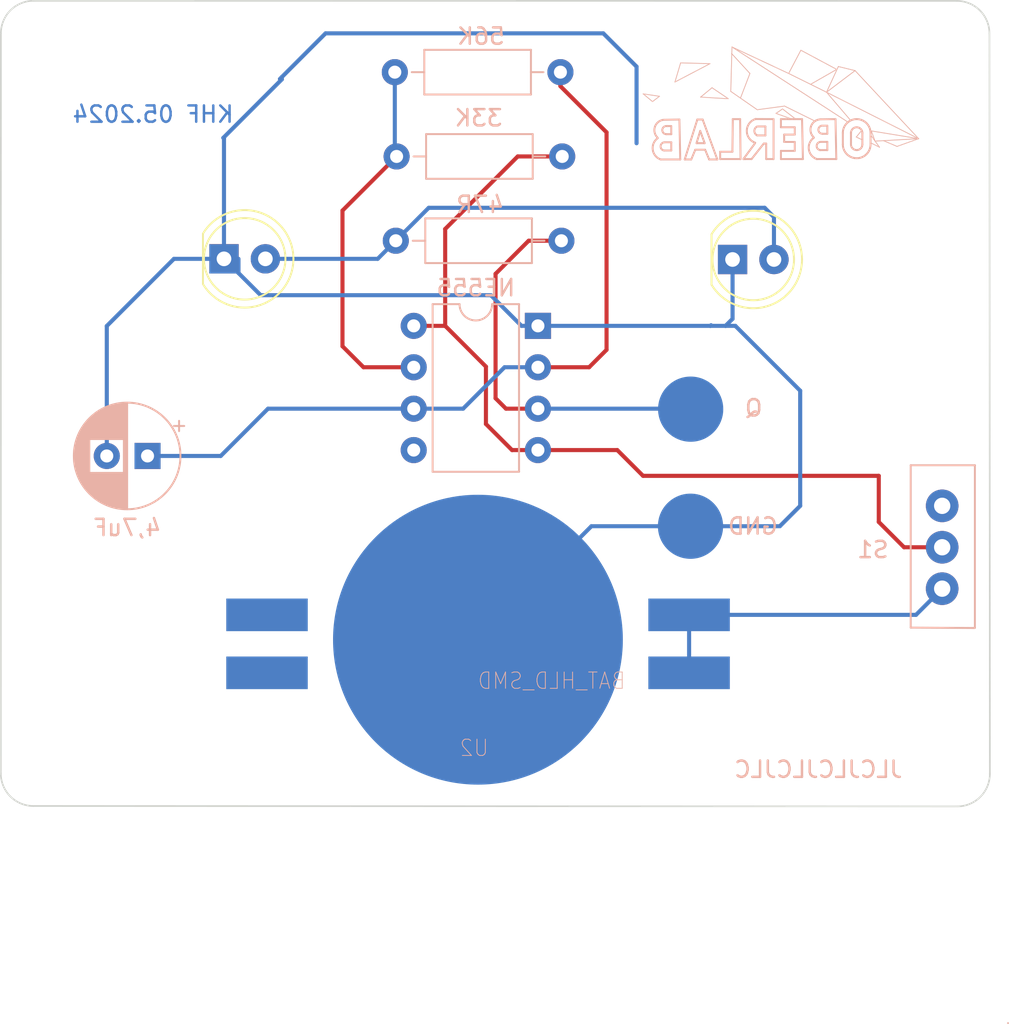
<source format=kicad_pcb>
(kicad_pcb (version 20221018) (generator pcbnew)
  (layers (0 "F.Cu" signal) (31 "B.Cu" signal) (34 "B.Paste" user) (35 "F.Paste" user) (36 "B.SilkS" user "B.Silkscreen") (37 "F.SilkS" user "F.Silkscreen") (38 "B.Mask" user) (39 "F.Mask" user) (44 "Edge.Cuts" user))
  (net 0 "")
  (net 1 "Net-(U1-THR)")
  (net 2 "Net-(D1-K)")
  (net 3 "Net-(D1-A)")
  (net 4 "Net-(U1-DIS)")
  (net 5 "Net-(S1-E)")
  (net 6 "Net-(U1-Q)")
  (net 7 "Net-(S1-A-Pad1)")
  (footprint "LED_THT:LED_D5.0mm" (layer "F.Cu") (at 142.88 59.87)
    (fp_text reference "D2")
    (fp_text value "LED")
    (fp_line (start -1.29 -1.545) (end -1.29 1.545) (stroke (width 0.12)) (layer "F.SilkS"))
    (fp_arc (start -1.29 -1.54483) (mid 2.072002 -2.880433) (end 4.26 0.000462) (stroke (width 0.12)) (layer "F.SilkS"))
    (fp_arc (start 4.26 -0.000462) (mid 2.072002 2.880433) (end -1.29 1.54483) (stroke (width 0.12)) (layer "F.SilkS"))
    (fp_circle (center 1.27 0) (end 3.77 0) (stroke (width 0.12)) (fill none) (layer "F.SilkS"))
    (pad "1" thru_hole rect (at 0 0) (size 1.8 1.8) (drill 0.9) (layers "*.Cu" "*.Mask") (net 2 "Net-(D1-K)"))
    (pad "2" thru_hole circle (at 2.54 0) (size 1.8 1.8) (drill 0.9) (layers "*.Cu" "*.Mask") (net 3 "Net-(D1-A)"))
  )
  (footprint "LED_THT:LED_D5.0mm" (layer "F.Cu") (at 111.68 59.83)
    (fp_text reference "D1")
    (fp_text value "LED")
    (fp_line (start -1.29 -1.545) (end -1.29 1.545) (stroke (width 0.12)) (layer "F.SilkS"))
    (fp_arc (start -1.29 -1.54483) (mid 2.072002 -2.880433) (end 4.26 0.000462) (stroke (width 0.12)) (layer "F.SilkS"))
    (fp_arc (start 4.26 -0.000462) (mid 2.072002 2.880433) (end -1.29 1.54483) (stroke (width 0.12)) (layer "F.SilkS"))
    (fp_circle (center 1.27 0) (end 3.77 0) (stroke (width 0.12)) (fill none) (layer "F.SilkS"))
    (pad "1" thru_hole rect (at 0 0) (size 1.8 1.8) (drill 0.9) (layers "*.Cu" "*.Mask") (net 2 "Net-(D1-K)"))
    (pad "2" thru_hole circle (at 2.54 0) (size 1.8 1.8) (drill 0.9) (layers "*.Cu" "*.Mask") (net 3 "Net-(D1-A)"))
  )
  (footprint "!Goody:ob-logo_B.SilkS" (layer "F.Cu") (at 151.17 67.66)
    (fp_text reference "G***" hide)
    (fp_text value "LOGO" hide)
    (fp_line (start -13.775 -17.95) (end -13.2 -17.475) (stroke (width 0.05)) (layer "B.SilkS"))
    (fp_line (start -13.2 -17.475) (end -12.775 -17.8) (stroke (width 0.05)) (layer "B.SilkS"))
    (fp_line (start -12.775 -17.8) (end -13.775 -17.95) (stroke (width 0.05)) (layer "B.SilkS"))
    (fp_line (start -12.45 -16.361395) (end -11.55 -16.375) (stroke (width 0.12)) (layer "B.SilkS"))
    (fp_line (start -12.050001 -14.97995) (end -12.450001 -14.97995) (stroke (width 0.12)) (layer "B.SilkS"))
    (fp_line (start -12.05 -15.975) (end -12.3 -15.975) (stroke (width 0.12)) (layer "B.SilkS"))
    (fp_line (start -12.05 -15.925) (end -12.05 -15.475) (stroke (width 0.12)) (layer "B.SilkS"))
    (fp_line (start -12.05 -15.475) (end -12.35 -15.475) (stroke (width 0.12)) (layer "B.SilkS"))
    (fp_line (start -12.05 -14.975) (end -12.05 -14.475) (stroke (width 0.12)) (layer "B.SilkS"))
    (fp_line (start -12.05 -14.475) (end -12.5 -14.475) (stroke (width 0.12)) (layer "B.SilkS"))
    (fp_line (start -11.825 -18.675) (end -11.475 -19.85) (stroke (width 0.05)) (layer "B.SilkS"))
    (fp_line (start -11.55 -16.375) (end -11.5 -13.925) (stroke (width 0.12)) (layer "B.SilkS"))
    (fp_line (start -11.5 -13.925) (end -12.7 -13.925) (stroke (width 0.12)) (layer "B.SilkS"))
    (fp_line (start -11.475 -19.85) (end -9.675 -19.8) (stroke (width 0.05)) (layer "B.SilkS"))
    (fp_line (start -11.225 -13.925) (end -10.45 -16.375) (stroke (width 0.12)) (layer "B.SilkS"))
    (fp_line (start -10.825 -13.925) (end -11.225 -13.925) (stroke (width 0.12)) (layer "B.SilkS"))
    (fp_line (start -10.575 -14.525) (end -10.825 -13.925) (stroke (width 0.12)) (layer "B.SilkS"))
    (fp_line (start -10.5 -14.925) (end -10.275 -15.675) (stroke (width 0.12)) (layer "B.SilkS"))
    (fp_line (start -10.45 -16.375) (end -10.125 -16.375) (stroke (width 0.12)) (layer "B.SilkS"))
    (fp_line (start -10.275 -15.675) (end -10 -14.925) (stroke (width 0.12)) (layer "B.SilkS"))
    (fp_line (start -10.25 -17.75) (end -8.575 -17.65) (stroke (width 0.05)) (layer "B.SilkS"))
    (fp_line (start -10.125 -16.375) (end -9.225 -13.925) (stroke (width 0.12)) (layer "B.SilkS"))
    (fp_line (start -10 -14.925) (end -10.5 -14.925) (stroke (width 0.12)) (layer "B.SilkS"))
    (fp_line (start -9.975 -14.525) (end -10.575 -14.525) (stroke (width 0.12)) (layer "B.SilkS"))
    (fp_line (start -9.725 -13.925) (end -9.975 -14.525) (stroke (width 0.12)) (layer "B.SilkS"))
    (fp_line (start -9.725 -13.925) (end -9.225 -13.925) (stroke (width 0.12)) (layer "B.SilkS"))
    (fp_line (start -9.675 -19.8) (end -11.825 -18.675) (stroke (width 0.05)) (layer "B.SilkS"))
    (fp_line (start -9.55 -18.325) (end -10.25 -17.75) (stroke (width 0.05)) (layer "B.SilkS"))
    (fp_line (start -9.05 -14.4) (end -9.05 -13.95) (stroke (width 0.12)) (layer "B.SilkS"))
    (fp_line (start -9.05 -13.95) (end -7.8 -13.95) (stroke (width 0.12)) (layer "B.SilkS"))
    (fp_line (start -8.55 -17.65) (end -9.55 -18.325) (stroke (width 0.05)) (layer "B.SilkS"))
    (fp_line (start -8.4 -18.1) (end -6.775 -16.975) (stroke (width 0.05)) (layer "B.SilkS"))
    (fp_line (start -8.35 -20.425) (end -7.225 -19.2) (stroke (width 0.05)) (layer "B.SilkS"))
    (fp_line (start -8.325 -20.825) (end -8.4 -18.1) (stroke (width 0.05)) (layer "B.SilkS"))
    (fp_line (start -8.3 -14.4) (end -9.05 -14.4) (stroke (width 0.12)) (layer "B.SilkS"))
    (fp_line (start -8.275 -16.4) (end -8.3 -14.4) (stroke (width 0.12)) (layer "B.SilkS"))
    (fp_line (start -7.825 -16.4) (end -8.275 -16.4) (stroke (width 0.12)) (layer "B.SilkS"))
    (fp_line (start -7.8 -13.95) (end -7.825 -16.4) (stroke (width 0.12)) (layer "B.SilkS"))
    (fp_line (start -7.625 -13.95) (end -6.925 -14.9) (stroke (width 0.12)) (layer "B.SilkS"))
    (fp_line (start -7.525 -13.95) (end -7.625 -13.95) (stroke (width 0.12)) (layer "B.SilkS"))
    (fp_line (start -7.225 -19.2) (end -7.8 -17.7) (stroke (width 0.05)) (layer "B.SilkS"))
    (fp_line (start -7.125 -13.95) (end -7.525 -13.95) (stroke (width 0.12)) (layer "B.SilkS"))
    (fp_line (start -6.883731 -16.405406) (end -5.775 -16.4) (stroke (width 0.12)) (layer "B.SilkS"))
    (fp_line (start -6.775 -16.975) (end -5.1 -17.2) (stroke (width 0.05)) (layer "B.SilkS"))
    (fp_line (start -6.725 -15.95) (end -6.275 -15.95) (stroke (width 0.12)) (layer "B.SilkS"))
    (fp_line (start -6.375 -14.9) (end -7.125 -13.95) (stroke (width 0.12)) (layer "B.SilkS"))
    (fp_line (start -6.275 -15.95) (end -6.275 -15.4) (stroke (width 0.12)) (layer "B.SilkS"))
    (fp_line (start -6.275 -15.4) (end -6.775 -15.4) (stroke (width 0.12)) (layer "B.SilkS"))
    (fp_line (start -6.225 -14.9) (end -6.375 -14.9) (stroke (width 0.12)) (layer "B.SilkS"))
    (fp_line (start -6.225 -13.95) (end -6.225 -14.9) (stroke (width 0.12)) (layer "B.SilkS"))
    (fp_line (start -5.775 -16.4) (end -5.775 -13.95) (stroke (width 0.12)) (layer "B.SilkS"))
    (fp_line (start -5.775 -13.95) (end -6.225 -13.95) (stroke (width 0.12)) (layer "B.SilkS"))
    (fp_line (start -5.625 -16.75) (end -4.65 -16.4) (stroke (width 0.05)) (layer "B.SilkS"))
    (fp_line (start -5.325 -16.4) (end -4.025 -16.4) (stroke (width 0.12)) (layer "B.SilkS"))
    (fp_line (start -5.325 -15.9) (end -5.325 -16.4) (stroke (width 0.12)) (layer "B.SilkS"))
    (fp_line (start -5.325 -14.45) (end -4.475 -14.45) (stroke (width 0.12)) (layer "B.SilkS"))
    (fp_line (start -5.325 -13.95) (end -5.325 -14.45) (stroke (width 0.12)) (layer "B.SilkS"))
    (fp_line (start -5.225 -17.025) (end -5.625 -16.75) (stroke (width 0.05)) (layer "B.SilkS"))
    (fp_line (start -5.125 -15.45) (end -4.475 -15.45) (stroke (width 0.12)) (layer "B.SilkS"))
    (fp_line (start -5.125 -15) (end -5.125 -15.45) (stroke (width 0.12)) (layer "B.SilkS"))
    (fp_line (start -5.1 -17.2) (end -3.275 -16.3) (stroke (width 0.05)) (layer "B.SilkS"))
    (fp_line (start -4.85 -19.2) (end -8.325 -20.825) (stroke (width 0.05)) (layer "B.SilkS"))
    (fp_line (start -4.85 -19.2) (end -2.525 -18.05) (stroke (width 0.05)) (layer "B.SilkS"))
    (fp_line (start -4.475 -15.9) (end -5.325 -15.9) (stroke (width 0.12)) (layer "B.SilkS"))
    (fp_line (start -4.475 -15.45) (end -4.475 -15.9) (stroke (width 0.12)) (layer "B.SilkS"))
    (fp_line (start -4.475 -15) (end -5.125 -15) (stroke (width 0.12)) (layer "B.SilkS"))
    (fp_line (start -4.475 -14.45) (end -4.475 -15) (stroke (width 0.12)) (layer "B.SilkS"))
    (fp_line (start -4.45 -16.425) (end -5.225 -17.025) (stroke (width 0.05)) (layer "B.SilkS"))
    (fp_line (start -4.1 -20.625) (end -4.85 -19.2) (stroke (width 0.05)) (layer "B.SilkS"))
    (fp_line (start -4.1 -20.625) (end -1.9 -19.45) (stroke (width 0.05)) (layer "B.SilkS"))
    (fp_line (start -4.075 -13.95) (end -5.325 -13.95) (stroke (width 0.12)) (layer "B.SilkS"))
    (fp_line (start -4.025 -16.4) (end -3.975 -13.95) (stroke (width 0.12)) (layer "B.SilkS"))
    (fp_line (start -3.975 -13.95) (end -4.075 -13.95) (stroke (width 0.12)) (layer "B.SilkS"))
    (fp_line (start -2.875 -16.386395) (end -1.975 -16.4) (stroke (width 0.12)) (layer "B.SilkS"))
    (fp_line (start -2.525 -18.05) (end -1.05 -16.325) (stroke (width 0.05)) (layer "B.SilkS"))
    (fp_line (start -2.525 -18.05) (end 3.125 -15.2) (stroke (width 0.05)) (layer "B.SilkS"))
    (fp_line (start -2.475001 -15.00495) (end -2.875001 -15.00495) (stroke (width 0.12)) (layer "B.SilkS"))
    (fp_line (start -2.475 -16) (end -2.725 -16) (stroke (width 0.12)) (layer "B.SilkS"))
    (fp_line (start -2.475 -15.95) (end -2.475 -15.5) (stroke (width 0.12)) (layer "B.SilkS"))
    (fp_line (start -2.475 -15.5) (end -2.775 -15.5) (stroke (width 0.12)) (layer "B.SilkS"))
    (fp_line (start -2.475 -15) (end -2.475 -14.5) (stroke (width 0.12)) (layer "B.SilkS"))
    (fp_line (start -2.475 -14.5) (end -2.925 -14.5) (stroke (width 0.12)) (layer "B.SilkS"))
    (fp_line (start -1.975 -16.4) (end -1.925 -13.95) (stroke (width 0.12)) (layer "B.SilkS"))
    (fp_line (start -1.925 -13.95) (end -3.125 -13.95) (stroke (width 0.12)) (layer "B.SilkS"))
    (fp_line (start -1.9 -19.45) (end -3.475 -18.55) (stroke (width 0.05)) (layer "B.SilkS"))
    (fp_line (start -1.8 -19.625) (end -2.525 -18.05) (stroke (width 0.05)) (layer "B.SilkS"))
    (fp_line (start -1.525 -15.55) (end -1.525 -14.85) (stroke (width 0.12)) (layer "B.SilkS"))
    (fp_line (start -1.225 -16.225) (end -8.325 -20.825) (stroke (width 0.05)) (layer "B.SilkS"))
    (fp_line (start -1.025 -15.55) (end -1.025 -14.9) (stroke (width 0.12)) (layer "B.SilkS"))
    (fp_line (start -0.775 -19.375) (end -2.525 -18.05) (stroke (width 0.05)) (layer "B.SilkS"))
    (fp_line (start -0.775 -19.375) (end -1.8 -19.625) (stroke (width 0.05)) (layer "B.SilkS"))
    (fp_line (start -0.7 -15.3) (end -0.325 -15.125) (stroke (width 0.05)) (layer "B.SilkS"))
    (fp_line (start -0.375 -15.7) (end -0.7 -15.3) (stroke (width 0.05)) (layer "B.SilkS"))
    (fp_line (start -0.325 -15.55) (end -0.325 -14.85) (stroke (width 0.12)) (layer "B.SilkS"))
    (fp_line (start 0.175 -14.95) (end 0.725 -14.675) (stroke (width 0.05)) (layer "B.SilkS"))
    (fp_line (start 0.175 -14.85) (end 0.175 -15.55) (stroke (width 0.12)) (layer "B.SilkS"))
    (fp_line (start 0.225 -15.675) (end 0.45 -15.05) (stroke (width 0.05)) (layer "B.SilkS"))
    (fp_line (start 0.45 -15.05) (end 3.125 -15.2) (stroke (width 0.05)) (layer "B.SilkS"))
    (fp_line (start 0.725 -14.675) (end 0.15 -15.475) (stroke (width 0.05)) (layer "B.SilkS"))
    (fp_line (start 1.8 -14.725) (end 0.975 -15.075) (stroke (width 0.05)) (layer "B.SilkS"))
    (fp_line (start 3.125 -15.2) (end -0.775 -19.375) (stroke (width 0.05)) (layer "B.SilkS"))
    (fp_line (start 3.125 -15.2) (end 0.225 -15.675) (stroke (width 0.05)) (layer "B.SilkS"))
    (fp_line (start 3.125 -15.2) (end 1.8 -14.725) (stroke (width 0.05)) (layer "B.SilkS"))
    (fp_arc (start -12.899999 -15.275001) (mid -13.037952 -15.968538) (end -12.45 -16.361395) (stroke (width 0.12)) (layer "B.SilkS"))
    (fp_arc (start -12.699999 -13.925001) (mid -13.186654 -14.525805) (end -12.876256 -15.233937) (stroke (width 0.12)) (layer "B.SilkS"))
    (fp_arc (start -12.499999 -14.475001) (mid -12.703709 -14.750121) (end -12.450001 -14.97995) (stroke (width 0.12)) (layer "B.SilkS"))
    (fp_arc (start -12.35 -15.475) (mid -12.598127 -15.755546) (end -12.289366 -15.967536) (stroke (width 0.12)) (layer "B.SilkS"))
    (fp_arc (start -6.899999 -14.950001) (mid -7.416844 -15.683572) (end -6.883731 -16.405406) (stroke (width 0.12)) (layer "B.SilkS"))
    (fp_arc (start -6.774999 -15.400001) (mid -6.952075 -15.675) (end -6.774999 -15.949999) (stroke (width 0.12)) (layer "B.SilkS"))
    (fp_arc (start -3.324999 -15.300001) (mid -3.462952 -15.993538) (end -2.875 -16.386395) (stroke (width 0.12)) (layer "B.SilkS"))
    (fp_arc (start -3.124999 -13.950001) (mid -3.611654 -14.550805) (end -3.301256 -15.258937) (stroke (width 0.12)) (layer "B.SilkS"))
    (fp_arc (start -2.924999 -14.500001) (mid -3.128709 -14.775121) (end -2.875001 -15.00495) (stroke (width 0.12)) (layer "B.SilkS"))
    (fp_arc (start -2.775 -15.5) (mid -3.023127 -15.780546) (end -2.714366 -15.992536) (stroke (width 0.12)) (layer "B.SilkS"))
    (fp_arc (start -1.525 -15.55) (mid -0.675 -16.4) (end 0.175 -15.55) (stroke (width 0.12)) (layer "B.SilkS"))
    (fp_arc (start -1.025 -15.55) (mid -0.675 -15.9) (end -0.325 -15.55) (stroke (width 0.12)) (layer "B.SilkS"))
    (fp_arc (start -0.325 -14.85) (mid -0.675 -14.5) (end -1.025 -14.85) (stroke (width 0.12)) (layer "B.SilkS"))
    (fp_arc (start 0.175 -14.85) (mid -0.675 -14) (end -1.525 -14.85) (stroke (width 0.12)) (layer "B.SilkS"))
    (fp_poly (pts (xy 8.544723 39.045226) (xy 8.608542 39.109045) (xy 8.672361 39.045226) (xy 8.608542 38.981407) (xy 8.544723 39.045226)) (stroke (width 0.01)) (fill solid) (layer "B.SilkS"))
  )
  (footprint "" (layer "F.Cu") (at 140.31 69.05)
    (fp_text reference "" (at 0 0) (layer "F.SilkS") (effects (font (size 1.27 1.27))))
    (fp_text value "" (at 0 0) (layer "F.SilkS") (effects (font (size 1.27 1.27))))
    (pad "1" smd circle (at 0 0 180) (size 4 4) (layers "B.Cu" "B.Paste" "B.Mask") (net 6 "Net-(U1-Q)"))
  )
  (footprint "Capacitor_THT:CP_Radial_D6.3mm_P2.50mm" (layer "B.Cu") (at 106.99 71.92 180)
    (fp_text reference "C1")
    (fp_text value "4,7uF" (at 1.25 -4.4) (layer "B.SilkS") (effects (justify mirror)))
    (fp_line (start -2.250241 1.839) (end -1.620241 1.839) (stroke (width 0.12)) (layer "B.SilkS"))
    (fp_line (start -1.935241 2.154) (end -1.935241 1.524) (stroke (width 0.12)) (layer "B.SilkS"))
    (fp_line (start 1.25 3.23) (end 1.25 -3.23) (stroke (width 0.12)) (layer "B.SilkS"))
    (fp_line (start 1.29 3.23) (end 1.29 -3.23) (stroke (width 0.12)) (layer "B.SilkS"))
    (fp_line (start 1.33 3.23) (end 1.33 -3.23) (stroke (width 0.12)) (layer "B.SilkS"))
    (fp_line (start 1.37 3.228) (end 1.37 -3.228) (stroke (width 0.12)) (layer "B.SilkS"))
    (fp_line (start 1.41 3.227) (end 1.41 -3.227) (stroke (width 0.12)) (layer "B.SilkS"))
    (fp_line (start 1.45 3.224) (end 1.45 -3.224) (stroke (width 0.12)) (layer "B.SilkS"))
    (fp_line (start 1.49 -1.04) (end 1.49 -3.222) (stroke (width 0.12)) (layer "B.SilkS"))
    (fp_line (start 1.49 3.222) (end 1.49 1.04) (stroke (width 0.12)) (layer "B.SilkS"))
    (fp_line (start 1.53 -1.04) (end 1.53 -3.218) (stroke (width 0.12)) (layer "B.SilkS"))
    (fp_line (start 1.53 3.218) (end 1.53 1.04) (stroke (width 0.12)) (layer "B.SilkS"))
    (fp_line (start 1.57 -1.04) (end 1.57 -3.215) (stroke (width 0.12)) (layer "B.SilkS"))
    (fp_line (start 1.57 3.215) (end 1.57 1.04) (stroke (width 0.12)) (layer "B.SilkS"))
    (fp_line (start 1.61 -1.04) (end 1.61 -3.211) (stroke (width 0.12)) (layer "B.SilkS"))
    (fp_line (start 1.61 3.211) (end 1.61 1.04) (stroke (width 0.12)) (layer "B.SilkS"))
    (fp_line (start 1.65 -1.04) (end 1.65 -3.206) (stroke (width 0.12)) (layer "B.SilkS"))
    (fp_line (start 1.65 3.206) (end 1.65 1.04) (stroke (width 0.12)) (layer "B.SilkS"))
    (fp_line (start 1.69 -1.04) (end 1.69 -3.201) (stroke (width 0.12)) (layer "B.SilkS"))
    (fp_line (start 1.69 3.201) (end 1.69 1.04) (stroke (width 0.12)) (layer "B.SilkS"))
    (fp_line (start 1.73 -1.04) (end 1.73 -3.195) (stroke (width 0.12)) (layer "B.SilkS"))
    (fp_line (start 1.73 3.195) (end 1.73 1.04) (stroke (width 0.12)) (layer "B.SilkS"))
    (fp_line (start 1.77 -1.04) (end 1.77 -3.189) (stroke (width 0.12)) (layer "B.SilkS"))
    (fp_line (start 1.77 3.189) (end 1.77 1.04) (stroke (width 0.12)) (layer "B.SilkS"))
    (fp_line (start 1.81 -1.04) (end 1.81 -3.182) (stroke (width 0.12)) (layer "B.SilkS"))
    (fp_line (start 1.81 3.182) (end 1.81 1.04) (stroke (width 0.12)) (layer "B.SilkS"))
    (fp_line (start 1.85 -1.04) (end 1.85 -3.175) (stroke (width 0.12)) (layer "B.SilkS"))
    (fp_line (start 1.85 3.175) (end 1.85 1.04) (stroke (width 0.12)) (layer "B.SilkS"))
    (fp_line (start 1.89 -1.04) (end 1.89 -3.167) (stroke (width 0.12)) (layer "B.SilkS"))
    (fp_line (start 1.89 3.167) (end 1.89 1.04) (stroke (width 0.12)) (layer "B.SilkS"))
    (fp_line (start 1.93 -1.04) (end 1.93 -3.159) (stroke (width 0.12)) (layer "B.SilkS"))
    (fp_line (start 1.93 3.159) (end 1.93 1.04) (stroke (width 0.12)) (layer "B.SilkS"))
    (fp_line (start 1.971 -1.04) (end 1.971 -3.15) (stroke (width 0.12)) (layer "B.SilkS"))
    (fp_line (start 1.971 3.15) (end 1.971 1.04) (stroke (width 0.12)) (layer "B.SilkS"))
    (fp_line (start 2.011 -1.04) (end 2.011 -3.141) (stroke (width 0.12)) (layer "B.SilkS"))
    (fp_line (start 2.011 3.141) (end 2.011 1.04) (stroke (width 0.12)) (layer "B.SilkS"))
    (fp_line (start 2.051 -1.04) (end 2.051 -3.131) (stroke (width 0.12)) (layer "B.SilkS"))
    (fp_line (start 2.051 3.131) (end 2.051 1.04) (stroke (width 0.12)) (layer "B.SilkS"))
    (fp_line (start 2.091 -1.04) (end 2.091 -3.121) (stroke (width 0.12)) (layer "B.SilkS"))
    (fp_line (start 2.091 3.121) (end 2.091 1.04) (stroke (width 0.12)) (layer "B.SilkS"))
    (fp_line (start 2.131 -1.04) (end 2.131 -3.11) (stroke (width 0.12)) (layer "B.SilkS"))
    (fp_line (start 2.131 3.11) (end 2.131 1.04) (stroke (width 0.12)) (layer "B.SilkS"))
    (fp_line (start 2.171 -1.04) (end 2.171 -3.098) (stroke (width 0.12)) (layer "B.SilkS"))
    (fp_line (start 2.171 3.098) (end 2.171 1.04) (stroke (width 0.12)) (layer "B.SilkS"))
    (fp_line (start 2.211 -1.04) (end 2.211 -3.086) (stroke (width 0.12)) (layer "B.SilkS"))
    (fp_line (start 2.211 3.086) (end 2.211 1.04) (stroke (width 0.12)) (layer "B.SilkS"))
    (fp_line (start 2.251 -1.04) (end 2.251 -3.074) (stroke (width 0.12)) (layer "B.SilkS"))
    (fp_line (start 2.251 3.074) (end 2.251 1.04) (stroke (width 0.12)) (layer "B.SilkS"))
    (fp_line (start 2.291 -1.04) (end 2.291 -3.061) (stroke (width 0.12)) (layer "B.SilkS"))
    (fp_line (start 2.291 3.061) (end 2.291 1.04) (stroke (width 0.12)) (layer "B.SilkS"))
    (fp_line (start 2.331 -1.04) (end 2.331 -3.047) (stroke (width 0.12)) (layer "B.SilkS"))
    (fp_line (start 2.331 3.047) (end 2.331 1.04) (stroke (width 0.12)) (layer "B.SilkS"))
    (fp_line (start 2.371 -1.04) (end 2.371 -3.033) (stroke (width 0.12)) (layer "B.SilkS"))
    (fp_line (start 2.371 3.033) (end 2.371 1.04) (stroke (width 0.12)) (layer "B.SilkS"))
    (fp_line (start 2.411 -1.04) (end 2.411 -3.018) (stroke (width 0.12)) (layer "B.SilkS"))
    (fp_line (start 2.411 3.018) (end 2.411 1.04) (stroke (width 0.12)) (layer "B.SilkS"))
    (fp_line (start 2.451 -1.04) (end 2.451 -3.002) (stroke (width 0.12)) (layer "B.SilkS"))
    (fp_line (start 2.451 3.002) (end 2.451 1.04) (stroke (width 0.12)) (layer "B.SilkS"))
    (fp_line (start 2.491 -1.04) (end 2.491 -2.986) (stroke (width 0.12)) (layer "B.SilkS"))
    (fp_line (start 2.491 2.986) (end 2.491 1.04) (stroke (width 0.12)) (layer "B.SilkS"))
    (fp_line (start 2.531 -1.04) (end 2.531 -2.97) (stroke (width 0.12)) (layer "B.SilkS"))
    (fp_line (start 2.531 2.97) (end 2.531 1.04) (stroke (width 0.12)) (layer "B.SilkS"))
    (fp_line (start 2.571 -1.04) (end 2.571 -2.952) (stroke (width 0.12)) (layer "B.SilkS"))
    (fp_line (start 2.571 2.952) (end 2.571 1.04) (stroke (width 0.12)) (layer "B.SilkS"))
    (fp_line (start 2.611 -1.04) (end 2.611 -2.934) (stroke (width 0.12)) (layer "B.SilkS"))
    (fp_line (start 2.611 2.934) (end 2.611 1.04) (stroke (width 0.12)) (layer "B.SilkS"))
    (fp_line (start 2.651 -1.04) (end 2.651 -2.916) (stroke (width 0.12)) (layer "B.SilkS"))
    (fp_line (start 2.651 2.916) (end 2.651 1.04) (stroke (width 0.12)) (layer "B.SilkS"))
    (fp_line (start 2.691 -1.04) (end 2.691 -2.896) (stroke (width 0.12)) (layer "B.SilkS"))
    (fp_line (start 2.691 2.896) (end 2.691 1.04) (stroke (width 0.12)) (layer "B.SilkS"))
    (fp_line (start 2.731 -1.04) (end 2.731 -2.876) (stroke (width 0.12)) (layer "B.SilkS"))
    (fp_line (start 2.731 2.876) (end 2.731 1.04) (stroke (width 0.12)) (layer "B.SilkS"))
    (fp_line (start 2.771 -1.04) (end 2.771 -2.856) (stroke (width 0.12)) (layer "B.SilkS"))
    (fp_line (start 2.771 2.856) (end 2.771 1.04) (stroke (width 0.12)) (layer "B.SilkS"))
    (fp_line (start 2.811 -1.04) (end 2.811 -2.834) (stroke (width 0.12)) (layer "B.SilkS"))
    (fp_line (start 2.811 2.834) (end 2.811 1.04) (stroke (width 0.12)) (layer "B.SilkS"))
    (fp_line (start 2.851 -1.04) (end 2.851 -2.812) (stroke (width 0.12)) (layer "B.SilkS"))
    (fp_line (start 2.851 2.812) (end 2.851 1.04) (stroke (width 0.12)) (layer "B.SilkS"))
    (fp_line (start 2.891 -1.04) (end 2.891 -2.79) (stroke (width 0.12)) (layer "B.SilkS"))
    (fp_line (start 2.891 2.79) (end 2.891 1.04) (stroke (width 0.12)) (layer "B.SilkS"))
    (fp_line (start 2.931 -1.04) (end 2.931 -2.766) (stroke (width 0.12)) (layer "B.SilkS"))
    (fp_line (start 2.931 2.766) (end 2.931 1.04) (stroke (width 0.12)) (layer "B.SilkS"))
    (fp_line (start 2.971 -1.04) (end 2.971 -2.742) (stroke (width 0.12)) (layer "B.SilkS"))
    (fp_line (start 2.971 2.742) (end 2.971 1.04) (stroke (width 0.12)) (layer "B.SilkS"))
    (fp_line (start 3.011 -1.04) (end 3.011 -2.716) (stroke (width 0.12)) (layer "B.SilkS"))
    (fp_line (start 3.011 2.716) (end 3.011 1.04) (stroke (width 0.12)) (layer "B.SilkS"))
    (fp_line (start 3.051 -1.04) (end 3.051 -2.69) (stroke (width 0.12)) (layer "B.SilkS"))
    (fp_line (start 3.051 2.69) (end 3.051 1.04) (stroke (width 0.12)) (layer "B.SilkS"))
    (fp_line (start 3.091 -1.04) (end 3.091 -2.664) (stroke (width 0.12)) (layer "B.SilkS"))
    (fp_line (start 3.091 2.664) (end 3.091 1.04) (stroke (width 0.12)) (layer "B.SilkS"))
    (fp_line (start 3.131 -1.04) (end 3.131 -2.636) (stroke (width 0.12)) (layer "B.SilkS"))
    (fp_line (start 3.131 2.636) (end 3.131 1.04) (stroke (width 0.12)) (layer "B.SilkS"))
    (fp_line (start 3.171 -1.04) (end 3.171 -2.607) (stroke (width 0.12)) (layer "B.SilkS"))
    (fp_line (start 3.171 2.607) (end 3.171 1.04) (stroke (width 0.12)) (layer "B.SilkS"))
    (fp_line (start 3.211 -1.04) (end 3.211 -2.578) (stroke (width 0.12)) (layer "B.SilkS"))
    (fp_line (start 3.211 2.578) (end 3.211 1.04) (stroke (width 0.12)) (layer "B.SilkS"))
    (fp_line (start 3.251 -1.04) (end 3.251 -2.548) (stroke (width 0.12)) (layer "B.SilkS"))
    (fp_line (start 3.251 2.548) (end 3.251 1.04) (stroke (width 0.12)) (layer "B.SilkS"))
    (fp_line (start 3.291 -1.04) (end 3.291 -2.516) (stroke (width 0.12)) (layer "B.SilkS"))
    (fp_line (start 3.291 2.516) (end 3.291 1.04) (stroke (width 0.12)) (layer "B.SilkS"))
    (fp_line (start 3.331 -1.04) (end 3.331 -2.484) (stroke (width 0.12)) (layer "B.SilkS"))
    (fp_line (start 3.331 2.484) (end 3.331 1.04) (stroke (width 0.12)) (layer "B.SilkS"))
    (fp_line (start 3.371 -1.04) (end 3.371 -2.45) (stroke (width 0.12)) (layer "B.SilkS"))
    (fp_line (start 3.371 2.45) (end 3.371 1.04) (stroke (width 0.12)) (layer "B.SilkS"))
    (fp_line (start 3.411 -1.04) (end 3.411 -2.416) (stroke (width 0.12)) (layer "B.SilkS"))
    (fp_line (start 3.411 2.416) (end 3.411 1.04) (stroke (width 0.12)) (layer "B.SilkS"))
    (fp_line (start 3.451 -1.04) (end 3.451 -2.38) (stroke (width 0.12)) (layer "B.SilkS"))
    (fp_line (start 3.451 2.38) (end 3.451 1.04) (stroke (width 0.12)) (layer "B.SilkS"))
    (fp_line (start 3.491 -1.04) (end 3.491 -2.343) (stroke (width 0.12)) (layer "B.SilkS"))
    (fp_line (start 3.491 2.343) (end 3.491 1.04) (stroke (width 0.12)) (layer "B.SilkS"))
    (fp_line (start 3.531 -1.04) (end 3.531 -2.305) (stroke (width 0.12)) (layer "B.SilkS"))
    (fp_line (start 3.531 2.305) (end 3.531 1.04) (stroke (width 0.12)) (layer "B.SilkS"))
    (fp_line (start 3.571 2.265) (end 3.571 -2.265) (stroke (width 0.12)) (layer "B.SilkS"))
    (fp_line (start 3.611 2.224) (end 3.611 -2.224) (stroke (width 0.12)) (layer "B.SilkS"))
    (fp_line (start 3.651 2.182) (end 3.651 -2.182) (stroke (width 0.12)) (layer "B.SilkS"))
    (fp_line (start 3.691 2.137) (end 3.691 -2.137) (stroke (width 0.12)) (layer "B.SilkS"))
    (fp_line (start 3.731 2.092) (end 3.731 -2.092) (stroke (width 0.12)) (layer "B.SilkS"))
    (fp_line (start 3.771 2.044) (end 3.771 -2.044) (stroke (width 0.12)) (layer "B.SilkS"))
    (fp_line (start 3.811 1.995) (end 3.811 -1.995) (stroke (width 0.12)) (layer "B.SilkS"))
    (fp_line (start 3.851 1.944) (end 3.851 -1.944) (stroke (width 0.12)) (layer "B.SilkS"))
    (fp_line (start 3.891 1.89) (end 3.891 -1.89) (stroke (width 0.12)) (layer "B.SilkS"))
    (fp_line (start 3.931 1.834) (end 3.931 -1.834) (stroke (width 0.12)) (layer "B.SilkS"))
    (fp_line (start 3.971 1.776) (end 3.971 -1.776) (stroke (width 0.12)) (layer "B.SilkS"))
    (fp_line (start 4.011 1.714) (end 4.011 -1.714) (stroke (width 0.12)) (layer "B.SilkS"))
    (fp_line (start 4.051 1.65) (end 4.051 -1.65) (stroke (width 0.12)) (layer "B.SilkS"))
    (fp_line (start 4.091 1.581) (end 4.091 -1.581) (stroke (width 0.12)) (layer "B.SilkS"))
    (fp_line (start 4.131 1.509) (end 4.131 -1.509) (stroke (width 0.12)) (layer "B.SilkS"))
    (fp_line (start 4.171 1.432) (end 4.171 -1.432) (stroke (width 0.12)) (layer "B.SilkS"))
    (fp_line (start 4.211 1.35) (end 4.211 -1.35) (stroke (width 0.12)) (layer "B.SilkS"))
    (fp_line (start 4.251 1.262) (end 4.251 -1.262) (stroke (width 0.12)) (layer "B.SilkS"))
    (fp_line (start 4.291 1.165) (end 4.291 -1.165) (stroke (width 0.12)) (layer "B.SilkS"))
    (fp_line (start 4.331 1.059) (end 4.331 -1.059) (stroke (width 0.12)) (layer "B.SilkS"))
    (fp_line (start 4.371 0.94) (end 4.371 -0.94) (stroke (width 0.12)) (layer "B.SilkS"))
    (fp_line (start 4.411 0.802) (end 4.411 -0.802) (stroke (width 0.12)) (layer "B.SilkS"))
    (fp_line (start 4.451 0.633) (end 4.451 -0.633) (stroke (width 0.12)) (layer "B.SilkS"))
    (fp_line (start 4.491 0.402) (end 4.491 -0.402) (stroke (width 0.12)) (layer "B.SilkS"))
    (fp_circle (center 1.25 0) (end 4.52 0) (stroke (width 0.12)) (fill none) (layer "B.SilkS"))
    (pad "1" thru_hole rect (at 0 0 180) (size 1.6 1.6) (drill 0.8) (layers "*.Cu" "*.Mask") (net 1 "Net-(U1-THR)"))
    (pad "2" thru_hole circle (at 2.5 0 180) (size 1.6 1.6) (drill 0.8) (layers "*.Cu" "*.Mask") (net 2 "Net-(D1-K)"))
  )
  (footprint "!Goody:LP" (layer "B.Cu") (at 140.3 76.23 180)
    (fp_text reference "GND" (at -3.83 0) (layer "B.SilkS") (effects (justify mirror)))
    (fp_text value "Q" (at -3.88 7.25) (layer "B.SilkS") (effects (justify mirror)))
    (pad "1" smd circle (at 0 0 180) (size 4 4) (layers "B.Cu" "B.Paste" "B.Mask") (net 2 "Net-(D1-K)"))
  )
  (footprint "Package_DIP:DIP-8_W7.62mm" (layer "B.Cu") (at 130.94 63.94 180)
    (fp_text reference "NE555" (at 3.81 2.33) (layer "B.SilkS") (effects (justify mirror)))
    (fp_text value "NE555P")
    (fp_line (start 1.16 -8.95) (end 6.46 -8.95) (stroke (width 0.12)) (layer "B.SilkS"))
    (fp_line (start 1.16 1.33) (end 1.16 -8.95) (stroke (width 0.12)) (layer "B.SilkS"))
    (fp_line (start 2.81 1.33) (end 1.16 1.33) (stroke (width 0.12)) (layer "B.SilkS"))
    (fp_line (start 6.46 -8.95) (end 6.46 1.33) (stroke (width 0.12)) (layer "B.SilkS"))
    (fp_line (start 6.46 1.33) (end 4.81 1.33) (stroke (width 0.12)) (layer "B.SilkS"))
    (fp_arc (start 2.81 1.33) (mid 3.81 0.33) (end 4.81 1.33) (stroke (width 0.12)) (layer "B.SilkS"))
    (pad "1" thru_hole rect (at 0 0 180) (size 1.6 1.6) (drill 0.8) (layers "*.Cu" "*.Mask") (net 2 "Net-(D1-K)"))
    (pad "2" thru_hole oval (at 0 -2.54 180) (size 1.6 1.6) (drill 0.8) (layers "*.Cu" "*.Mask") (net 1 "Net-(U1-THR)"))
    (pad "3" thru_hole oval (at 0 -5.08 180) (size 1.6 1.6) (drill 0.8) (layers "*.Cu" "*.Mask") (net 6 "Net-(U1-Q)"))
    (pad "4" thru_hole oval (at 0 -7.62 180) (size 1.6 1.6) (drill 0.8) (layers "*.Cu" "*.Mask") (net 5 "Net-(S1-E)"))
    (pad "5" thru_hole oval (at 7.62 -7.62 180) (size 1.6 1.6) (drill 0.8) (layers "*.Cu" "*.Mask"))
    (pad "6" thru_hole oval (at 7.62 -5.08 180) (size 1.6 1.6) (drill 0.8) (layers "*.Cu" "*.Mask") (net 1 "Net-(U1-THR)"))
    (pad "7" thru_hole oval (at 7.62 -2.54 180) (size 1.6 1.6) (drill 0.8) (layers "*.Cu" "*.Mask") (net 4 "Net-(U1-DIS)"))
    (pad "8" thru_hole oval (at 7.62 0 180) (size 1.6 1.6) (drill 0.8) (layers "*.Cu" "*.Mask") (net 5 "Net-(S1-E)"))
  )
  (footprint "!Goody:Micro_SchalterKHF" (layer "B.Cu") (at 155.74 80.06 90)
    (fp_text reference "S1" (at 2.39 -4.25) (layer "B.SilkS") (effects (justify mirror)))
    (fp_text value "Micro_Schalter")
    (fp_line (start -2.3876 -1.9304) (end -2.413 2.0066) (stroke (width 0.12)) (layer "B.SilkS"))
    (fp_line (start -2.3876 2.0066) (end 7.5692 2.0066) (stroke (width 0.12)) (layer "B.SilkS"))
    (fp_line (start 7.5692 -1.9304) (end -2.3876 -1.9304) (stroke (width 0.12)) (layer "B.SilkS"))
    (fp_line (start 7.5692 2.0066) (end 7.5692 -1.9304) (stroke (width 0.12)) (layer "B.SilkS"))
    (pad "1" thru_hole circle (at 0 0 90) (size 2 2) (drill 1) (layers "*.Cu" "*.Mask") (net 7 "Net-(S1-A-Pad1)"))
    (pad "2" thru_hole circle (at 2.54 0 90) (size 2 2) (drill 1) (layers "*.Cu" "*.Mask") (net 5 "Net-(S1-E)"))
    (pad "3" thru_hole circle (at 5.08 0 90) (size 2 2) (drill 1) (layers "*.Cu" "*.Mask"))
  )
  (footprint "Resistor_THT:R_Axial_DIN0207_L6.3mm_D2.5mm_P10.16mm_Horizontal" (layer "B.Cu") (at 132.32 48.38 180)
    (fp_text reference "R1")
    (fp_text value "56K" (at 4.87 2.2) (layer "B.SilkS") (effects (justify mirror)))
    (fp_line (start 1.04 0) (end 1.81 0) (stroke (width 0.12)) (layer "B.SilkS"))
    (fp_line (start 1.81 -1.37) (end 8.35 -1.37) (stroke (width 0.12)) (layer "B.SilkS"))
    (fp_line (start 1.81 1.37) (end 1.81 -1.37) (stroke (width 0.12)) (layer "B.SilkS"))
    (fp_line (start 8.35 -1.37) (end 8.35 1.37) (stroke (width 0.12)) (layer "B.SilkS"))
    (fp_line (start 8.35 1.37) (end 1.81 1.37) (stroke (width 0.12)) (layer "B.SilkS"))
    (fp_line (start 9.12 0) (end 8.35 0) (stroke (width 0.12)) (layer "B.SilkS"))
    (pad "1" thru_hole circle (at 0 0 180) (size 1.6 1.6) (drill 0.8) (layers "*.Cu" "*.Mask") (net 1 "Net-(U1-THR)"))
    (pad "2" thru_hole oval (at 10.16 0 180) (size 1.6 1.6) (drill 0.8) (layers "*.Cu" "*.Mask") (net 4 "Net-(U1-DIS)"))
  )
  (footprint "!Goody:BAT-HLD-SMD-Blech" (layer "B.Cu") (at 127.26 83.19 180)
    (fp_text reference "U2" (at 0.23 -6.64) (layer "B.SilkS") (effects (font (size 1 0.9) (thickness 0.05)) (justify mirror)))
    (fp_text value "BAT_HLD_SMD" (at -4.52 -2.52) (layer "B.SilkS") (effects (font (size 1 0.9) (thickness 0.05)) (justify mirror)))
    (pad "" smd rect (at -12.954 -2.032 180) (size 5 2) (layers "B.Cu" "B.Paste" "B.Mask") (net 7 "Net-(S1-A-Pad1)"))
    (pad "" smd rect (at -12.954 1.524 180) (size 5 2) (layers "B.Cu" "B.Paste" "B.Mask") (net 7 "Net-(S1-A-Pad1)"))
    (pad "1" smd rect (at 12.94 -2.032 180) (size 5 2) (layers "B.Cu" "B.Paste" "B.Mask"))
    (pad "1" smd rect (at 12.94 1.524 180) (size 5 2) (layers "B.Cu" "B.Paste" "B.Mask"))
    (pad "2" smd circle (at 0 0 180) (size 17.78 17.78) (layers "B.Cu" "B.Paste" "B.Mask") (net 2 "Net-(D1-K)"))
  )
  (footprint "Resistor_THT:R_Axial_DIN0207_L6.3mm_D2.5mm_P10.16mm_Horizontal" (layer "B.Cu") (at 132.43 53.55 180)
    (fp_text reference "R2")
    (fp_text value "33K" (at 5.13 2.36) (layer "B.SilkS") (effects (justify mirror)))
    (fp_line (start 1.04 0) (end 1.81 0) (stroke (width 0.12)) (layer "B.SilkS"))
    (fp_line (start 1.81 -1.37) (end 8.35 -1.37) (stroke (width 0.12)) (layer "B.SilkS"))
    (fp_line (start 1.81 1.37) (end 1.81 -1.37) (stroke (width 0.12)) (layer "B.SilkS"))
    (fp_line (start 8.35 -1.37) (end 8.35 1.37) (stroke (width 0.12)) (layer "B.SilkS"))
    (fp_line (start 8.35 1.37) (end 1.81 1.37) (stroke (width 0.12)) (layer "B.SilkS"))
    (fp_line (start 9.12 0) (end 8.35 0) (stroke (width 0.12)) (layer "B.SilkS"))
    (pad "1" thru_hole circle (at 0 0 180) (size 1.6 1.6) (drill 0.8) (layers "*.Cu" "*.Mask") (net 5 "Net-(S1-E)"))
    (pad "2" thru_hole oval (at 10.16 0 180) (size 1.6 1.6) (drill 0.8) (layers "*.Cu" "*.Mask") (net 4 "Net-(U1-DIS)"))
  )
  (footprint "Resistor_THT:R_Axial_DIN0207_L6.3mm_D2.5mm_P10.16mm_Horizontal" (layer "B.Cu") (at 132.38 58.72 180)
    (fp_text reference "R3")
    (fp_text value "47R" (at 4.99 2.22) (layer "B.SilkS") (effects (justify mirror)))
    (fp_line (start 1.04 0) (end 1.81 0) (stroke (width 0.12)) (layer "B.SilkS"))
    (fp_line (start 1.81 -1.37) (end 8.35 -1.37) (stroke (width 0.12)) (layer "B.SilkS"))
    (fp_line (start 1.81 1.37) (end 1.81 -1.37) (stroke (width 0.12)) (layer "B.SilkS"))
    (fp_line (start 8.35 -1.37) (end 8.35 1.37) (stroke (width 0.12)) (layer "B.SilkS"))
    (fp_line (start 8.35 1.37) (end 1.81 1.37) (stroke (width 0.12)) (layer "B.SilkS"))
    (fp_line (start 9.12 0) (end 8.35 0) (stroke (width 0.12)) (layer "B.SilkS"))
    (pad "1" thru_hole circle (at 0 0 180) (size 1.6 1.6) (drill 0.8) (layers "*.Cu" "*.Mask") (net 6 "Net-(U1-Q)"))
    (pad "2" thru_hole oval (at 10.16 0 180) (size 1.6 1.6) (drill 0.8) (layers "*.Cu" "*.Mask") (net 3 "Net-(D1-A)"))
  )
  (gr_arc (start 99.989214 93.39) (mid 98.575 92.804214) (end 97.989214 91.39) (stroke (width 0.1)) (layer "Edge.Cuts"))
  (gr_line (start 156.665786 93.415786) (end 99.989214 93.39) (stroke (width 0.1)) (layer "Edge.Cuts"))
  (gr_line (start 97.989214 91.39) (end 97.994214 46.004214) (stroke (width 0.1)) (layer "Edge.Cuts"))
  (gr_line (start 99.994214 44.004214) (end 156.64033 44.009937) (stroke (width 0.1)) (layer "Edge.Cuts"))
  (gr_arc (start 97.994214 46.004214) (mid 98.58 44.59) (end 99.994214 44.004214) (stroke (width 0.1)) (layer "Edge.Cuts"))
  (gr_line (start 158.64033 46.009937) (end 158.665786 91.415786) (stroke (width 0.1)) (layer "Edge.Cuts"))
  (gr_arc (start 158.665786 91.415786) (mid 158.08 92.83) (end 156.665786 93.415786) (stroke (width 0.1)) (layer "Edge.Cuts"))
  (gr_arc (start 156.64033 44.009937) (mid 158.054544 44.595723) (end 158.64033 46.009937) (stroke (width 0.1)) (layer "Edge.Cuts"))
  (gr_text "KHF 05.2024" (at 112.36 51.55) (layer "B.Cu") (effects (font (size 1 1)) (justify left bottom mirror)))
  (gr_text "JLCJLCJLCJLC" (at 153.38 91.73) (layer "B.SilkS") (effects (font (size 1 1)) (justify left bottom mirror)))
  (segment (start 135.15 65.41) (end 134.08 66.48) (width 0.25) (layer "F.Cu") (net 1))
  (segment (start 132.32 48.38) (end 132.32 49.24) (width 0.25) (layer "F.Cu") (net 1))
  (segment (start 135.15 52.07) (end 135.15 65.41) (width 0.25) (layer "F.Cu") (net 1))
  (segment (start 132.32 49.24) (end 135.15 52.07) (width 0.25) (layer "F.Cu") (net 1))
  (segment (start 134.08 66.48) (end 130.94 66.48) (width 0.25) (layer "F.Cu") (net 1))
  (segment (start 123.32 69.02) (end 114.38 69.02) (width 0.25) (layer "B.Cu") (net 1))
  (segment (start 128.89 66.48) (end 126.35 69.02) (width 0.25) (layer "B.Cu") (net 1))
  (segment (start 130.94 66.48) (end 128.89 66.48) (width 0.25) (layer "B.Cu") (net 1))
  (segment (start 114.38 69.02) (end 111.48 71.92) (width 0.25) (layer "B.Cu") (net 1))
  (segment (start 126.35 69.02) (end 123.32 69.02) (width 0.25) (layer "B.Cu") (net 1))
  (segment (start 111.48 71.92) (end 106.99 71.92) (width 0.25) (layer "B.Cu") (net 1))
  (segment (start 111.64 52.409261) (end 111.68 52.449261) (width 0.25) (layer "B.Cu") (net 2))
  (segment (start 140.3 76.23) (end 134.22 76.23) (width 0.25) (layer "B.Cu") (net 2))
  (segment (start 115.23 48.68) (end 115.23 48.819261) (width 0.25) (layer "B.Cu") (net 2))
  (segment (start 104.49 63.95) (end 104.49 71.92) (width 0.25) (layer "B.Cu") (net 2))
  (segment (start 134.22 76.23) (end 127.26 83.19) (width 0.25) (layer "B.Cu") (net 2))
  (segment (start 145.78 76.23) (end 140.3 76.23) (width 0.25) (layer "B.Cu") (net 2))
  (segment (start 142.88 63.51) (end 142.45 63.94) (width 0.25) (layer "B.Cu") (net 2))
  (segment (start 147.03 74.98) (end 145.78 76.23) (width 0.25) (layer "B.Cu") (net 2))
  (segment (start 112.57 59.83) (end 112.57 60.7) (width 0.25) (layer "B.Cu") (net 2))
  (segment (start 128.05 62.06) (end 129.93 63.94) (width 0.25) (layer "B.Cu") (net 2))
  (segment (start 134.95 46) (end 117.91 46) (width 0.25) (layer "B.Cu") (net 2))
  (segment (start 142.45 63.94) (end 143.05 63.94) (width 0.25) (layer "B.Cu") (net 2))
  (segment (start 141.56 63.9) (end 141.52 63.94) (width 0.25) (layer "B.Cu") (net 2))
  (segment (start 142.88 59.87) (end 142.88 63.51) (width 0.25) (layer "B.Cu") (net 2))
  (segment (start 113.93 62.06) (end 128.05 62.06) (width 0.25) (layer "B.Cu") (net 2))
  (segment (start 129.93 63.94) (end 130.94 63.94) (width 0.25) (layer "B.Cu") (net 2))
  (segment (start 136.99 52.74) (end 136.99 48.04) (width 0.25) (layer "B.Cu") (net 2))
  (segment (start 115.23 48.819261) (end 111.64 52.409261) (width 0.25) (layer "B.Cu") (net 2))
  (segment (start 141.52 63.94) (end 142.45 63.94) (width 0.25) (layer "B.Cu") (net 2))
  (segment (start 111.7 59.83) (end 113.93 62.06) (width 0.25) (layer "B.Cu") (net 2))
  (segment (start 147.03 67.92) (end 147.03 74.98) (width 0.25) (layer "B.Cu") (net 2))
  (segment (start 136.99 48.04) (end 134.95 46) (width 0.25) (layer "B.Cu") (net 2))
  (segment (start 108.61 59.83) (end 111.68 59.83) (width 0.25) (layer "B.Cu") (net 2))
  (segment (start 108.61 59.83) (end 104.49 63.95) (width 0.25) (layer "B.Cu") (net 2))
  (segment (start 111.68 59.83) (end 111.7 59.83) (width 0.25) (layer "B.Cu") (net 2))
  (segment (start 111.68 52.449261) (end 111.68 59.83) (width 0.25) (layer "B.Cu") (net 2))
  (segment (start 115.23 48.68) (end 115.11 48.8) (width 0.25) (layer "B.Cu") (net 2))
  (segment (start 117.91 46) (end 115.23 48.68) (width 0.25) (layer "B.Cu") (net 2))
  (segment (start 143.05 63.94) (end 147.03 67.92) (width 0.25) (layer "B.Cu") (net 2))
  (segment (start 130.94 63.94) (end 141.52 63.94) (width 0.25) (layer "B.Cu") (net 2))
  (segment (start 122.22 58.72) (end 124.24 56.7) (width 0.25) (layer "B.Cu") (net 3))
  (segment (start 145.42 57.27) (end 145.42 59.87) (width 0.25) (layer "B.Cu") (net 3))
  (segment (start 114.22 59.83) (end 121.11 59.83) (width 0.25) (layer "B.Cu") (net 3))
  (segment (start 144.85 56.7) (end 145.42 57.27) (width 0.25) (layer "B.Cu") (net 3))
  (segment (start 121.11 59.83) (end 122.22 58.72) (width 0.25) (layer "B.Cu") (net 3))
  (segment (start 124.24 56.7) (end 144.85 56.7) (width 0.25) (layer "B.Cu") (net 3))
  (segment (start 122.27 53.55) (end 118.95 56.87) (width 0.25) (layer "F.Cu") (net 4))
  (segment (start 118.95 56.87) (end 118.95 65.19) (width 0.25) (layer "F.Cu") (net 4))
  (segment (start 120.24 66.48) (end 123.32 66.48) (width 0.25) (layer "F.Cu") (net 4))
  (segment (start 118.95 65.19) (end 120.24 66.48) (width 0.25) (layer "F.Cu") (net 4))
  (segment (start 122.16 48.38) (end 122.16 53.44) (width 0.25) (layer "B.Cu") (net 4))
  (segment (start 122.16 53.44) (end 122.27 53.55) (width 0.25) (layer "B.Cu") (net 4))
  (segment (start 127.75 66.44) (end 127.75 69.96) (width 0.25) (layer "F.Cu") (net 5))
  (segment (start 135.81 71.56) (end 137.39 73.14) (width 0.25) (layer "F.Cu") (net 5))
  (segment (start 153.4 77.52) (end 155.74 77.52) (width 0.25) (layer "F.Cu") (net 5))
  (segment (start 127.75 69.96) (end 129.35 71.56) (width 0.25) (layer "F.Cu") (net 5))
  (segment (start 129.35 71.56) (end 130.94 71.56) (width 0.25) (layer "F.Cu") (net 5))
  (segment (start 132.43 53.55) (end 129.7 53.55) (width 0.25) (layer "F.Cu") (net 5))
  (segment (start 151.85 73.14) (end 151.85 75.97) (width 0.25) (layer "F.Cu") (net 5))
  (segment (start 123.32 63.94) (end 125.25 63.94) (width 0.25) (layer "F.Cu") (net 5))
  (segment (start 125.25 63.94) (end 127.75 66.44) (width 0.25) (layer "F.Cu") (net 5))
  (segment (start 125.25 58) (end 125.25 63.94) (width 0.25) (layer "F.Cu") (net 5))
  (segment (start 129.7 53.55) (end 125.25 58) (width 0.25) (layer "F.Cu") (net 5))
  (segment (start 130.94 71.56) (end 135.81 71.56) (width 0.25) (layer "F.Cu") (net 5))
  (segment (start 151.85 75.97) (end 153.4 77.52) (width 0.25) (layer "F.Cu") (net 5))
  (segment (start 137.39 73.14) (end 151.85 73.14) (width 0.25) (layer "F.Cu") (net 5))
  (segment (start 132.38 58.72) (end 130.37 58.72) (width 0.25) (layer "F.Cu") (net 6))
  (segment (start 128.98 69.02) (end 130.94 69.02) (width 0.25) (layer "F.Cu") (net 6))
  (segment (start 130.37 58.72) (end 128.34 60.75) (width 0.25) (layer "F.Cu") (net 6))
  (segment (start 128.34 68.38) (end 128.98 69.02) (width 0.25) (layer "F.Cu") (net 6))
  (segment (start 128.34 60.75) (end 128.34 68.38) (width 0.25) (layer "F.Cu") (net 6))
  (segment (start 130.94 69.02) (end 140.28 69.02) (width 0.25) (layer "B.Cu") (net 6))
  (segment (start 140.28 69.02) (end 140.31 69.05) (width 0.25) (layer "B.Cu") (net 6))
  (segment (start 140.214 81.666) (end 140.214 85.222) (width 0.25) (layer "B.Cu") (net 7))
  (segment (start 155.74 80.06) (end 154.134 81.666) (width 0.25) (layer "B.Cu") (net 7))
  (segment (start 154.134 81.666) (end 140.214 81.666) (width 0.25) (layer "B.Cu") (net 7))
)
</source>
